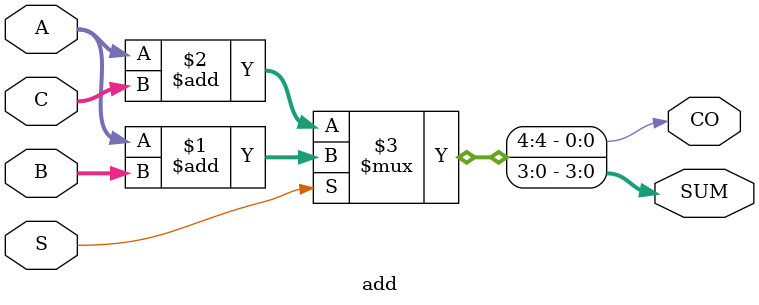
<source format=v>
module add(A, B, C, S, SUM, CO);
	input [3:0]A, B, C;
	input S;
	output [3:0] SUM;
	output CO;

	assign{CO, SUM} = S ? A + B : A + C;

endmodule

</source>
